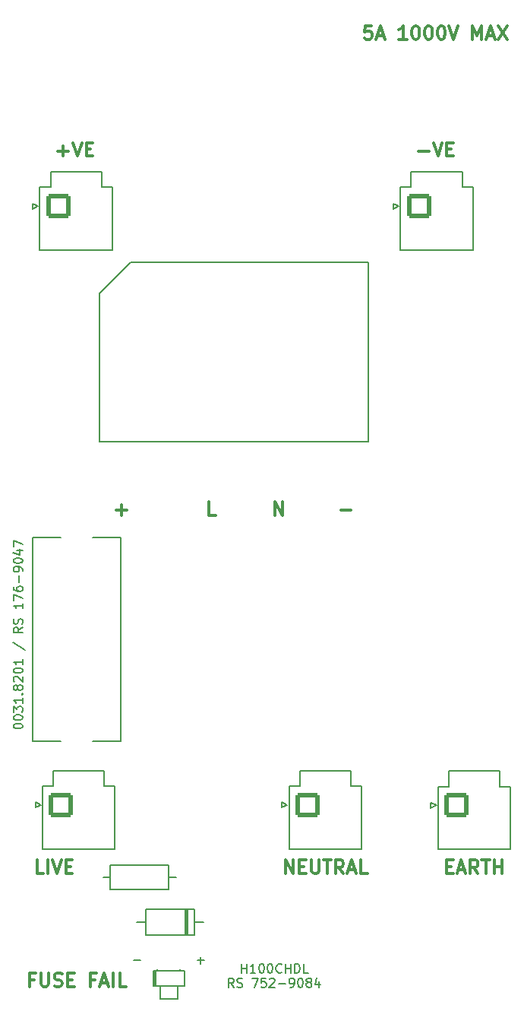
<source format=gto>
G04 #@! TF.GenerationSoftware,KiCad,Pcbnew,6.0.11+dfsg-1*
G04 #@! TF.CreationDate,2023-07-14T21:47:45+01:00*
G04 #@! TF.ProjectId,bridge-rectifier,62726964-6765-42d7-9265-637469666965,rev?*
G04 #@! TF.SameCoordinates,Original*
G04 #@! TF.FileFunction,Legend,Top*
G04 #@! TF.FilePolarity,Positive*
%FSLAX46Y46*%
G04 Gerber Fmt 4.6, Leading zero omitted, Abs format (unit mm)*
G04 Created by KiCad (PCBNEW 6.0.11+dfsg-1) date 2023-07-14 21:47:45*
%MOMM*%
%LPD*%
G01*
G04 APERTURE LIST*
G04 Aperture macros list*
%AMRoundRect*
0 Rectangle with rounded corners*
0 $1 Rounding radius*
0 $2 $3 $4 $5 $6 $7 $8 $9 X,Y pos of 4 corners*
0 Add a 4 corners polygon primitive as box body*
4,1,4,$2,$3,$4,$5,$6,$7,$8,$9,$2,$3,0*
0 Add four circle primitives for the rounded corners*
1,1,$1+$1,$2,$3*
1,1,$1+$1,$4,$5*
1,1,$1+$1,$6,$7*
1,1,$1+$1,$8,$9*
0 Add four rect primitives between the rounded corners*
20,1,$1+$1,$2,$3,$4,$5,0*
20,1,$1+$1,$4,$5,$6,$7,0*
20,1,$1+$1,$6,$7,$8,$9,0*
20,1,$1+$1,$8,$9,$2,$3,0*%
%AMOutline5P*
0 Free polygon, 5 corners , with rotation*
0 The origin of the aperture is its center*
0 number of corners: always 5*
0 $1 to $10 corner X, Y*
0 $11 Rotation angle, in degrees counterclockwise*
0 create outline with 5 corners*
4,1,5,$1,$2,$3,$4,$5,$6,$7,$8,$9,$10,$1,$2,$11*%
%AMOutline6P*
0 Free polygon, 6 corners , with rotation*
0 The origin of the aperture is its center*
0 number of corners: always 6*
0 $1 to $12 corner X, Y*
0 $13 Rotation angle, in degrees counterclockwise*
0 create outline with 6 corners*
4,1,6,$1,$2,$3,$4,$5,$6,$7,$8,$9,$10,$11,$12,$1,$2,$13*%
%AMOutline7P*
0 Free polygon, 7 corners , with rotation*
0 The origin of the aperture is its center*
0 number of corners: always 7*
0 $1 to $14 corner X, Y*
0 $15 Rotation angle, in degrees counterclockwise*
0 create outline with 7 corners*
4,1,7,$1,$2,$3,$4,$5,$6,$7,$8,$9,$10,$11,$12,$13,$14,$1,$2,$15*%
%AMOutline8P*
0 Free polygon, 8 corners , with rotation*
0 The origin of the aperture is its center*
0 number of corners: always 8*
0 $1 to $16 corner X, Y*
0 $17 Rotation angle, in degrees counterclockwise*
0 create outline with 8 corners*
4,1,8,$1,$2,$3,$4,$5,$6,$7,$8,$9,$10,$11,$12,$13,$14,$15,$16,$1,$2,$17*%
G04 Aperture macros list end*
%ADD10C,0.300000*%
%ADD11C,0.150000*%
%ADD12C,0.200000*%
%ADD13RoundRect,0.250001X-1.099999X-1.099999X1.099999X-1.099999X1.099999X1.099999X-1.099999X1.099999X0*%
%ADD14C,2.700000*%
%ADD15R,1.800000X1.800000*%
%ADD16C,1.800000*%
%ADD17C,3.500000*%
%ADD18C,2.000000*%
%ADD19Outline7P,-13.000000X4.800000X-9.800000X8.000000X9.800000X8.000000X13.000000X4.800000X13.000000X-4.800000X9.800000X-8.000000X-13.000000X-8.000000X0.000000*%
%ADD20C,1.600000*%
%ADD21O,1.600000X1.600000*%
%ADD22C,3.000000*%
%ADD23R,2.200000X2.200000*%
%ADD24O,2.200000X2.200000*%
G04 APERTURE END LIST*
D10*
X162464285Y-73678571D02*
X161750000Y-73678571D01*
X161750000Y-72178571D01*
X151428571Y-73107142D02*
X152571428Y-73107142D01*
X152000000Y-73678571D02*
X152000000Y-72535714D01*
X176428571Y-73107142D02*
X177571428Y-73107142D01*
D11*
X165357142Y-124647380D02*
X165357142Y-123647380D01*
X165357142Y-124123571D02*
X165928571Y-124123571D01*
X165928571Y-124647380D02*
X165928571Y-123647380D01*
X166928571Y-124647380D02*
X166357142Y-124647380D01*
X166642857Y-124647380D02*
X166642857Y-123647380D01*
X166547619Y-123790238D01*
X166452380Y-123885476D01*
X166357142Y-123933095D01*
X167547619Y-123647380D02*
X167642857Y-123647380D01*
X167738095Y-123695000D01*
X167785714Y-123742619D01*
X167833333Y-123837857D01*
X167880952Y-124028333D01*
X167880952Y-124266428D01*
X167833333Y-124456904D01*
X167785714Y-124552142D01*
X167738095Y-124599761D01*
X167642857Y-124647380D01*
X167547619Y-124647380D01*
X167452380Y-124599761D01*
X167404761Y-124552142D01*
X167357142Y-124456904D01*
X167309523Y-124266428D01*
X167309523Y-124028333D01*
X167357142Y-123837857D01*
X167404761Y-123742619D01*
X167452380Y-123695000D01*
X167547619Y-123647380D01*
X168500000Y-123647380D02*
X168595238Y-123647380D01*
X168690476Y-123695000D01*
X168738095Y-123742619D01*
X168785714Y-123837857D01*
X168833333Y-124028333D01*
X168833333Y-124266428D01*
X168785714Y-124456904D01*
X168738095Y-124552142D01*
X168690476Y-124599761D01*
X168595238Y-124647380D01*
X168500000Y-124647380D01*
X168404761Y-124599761D01*
X168357142Y-124552142D01*
X168309523Y-124456904D01*
X168261904Y-124266428D01*
X168261904Y-124028333D01*
X168309523Y-123837857D01*
X168357142Y-123742619D01*
X168404761Y-123695000D01*
X168500000Y-123647380D01*
X169833333Y-124552142D02*
X169785714Y-124599761D01*
X169642857Y-124647380D01*
X169547619Y-124647380D01*
X169404761Y-124599761D01*
X169309523Y-124504523D01*
X169261904Y-124409285D01*
X169214285Y-124218809D01*
X169214285Y-124075952D01*
X169261904Y-123885476D01*
X169309523Y-123790238D01*
X169404761Y-123695000D01*
X169547619Y-123647380D01*
X169642857Y-123647380D01*
X169785714Y-123695000D01*
X169833333Y-123742619D01*
X170261904Y-124647380D02*
X170261904Y-123647380D01*
X170261904Y-124123571D02*
X170833333Y-124123571D01*
X170833333Y-124647380D02*
X170833333Y-123647380D01*
X171309523Y-124647380D02*
X171309523Y-123647380D01*
X171547619Y-123647380D01*
X171690476Y-123695000D01*
X171785714Y-123790238D01*
X171833333Y-123885476D01*
X171880952Y-124075952D01*
X171880952Y-124218809D01*
X171833333Y-124409285D01*
X171785714Y-124504523D01*
X171690476Y-124599761D01*
X171547619Y-124647380D01*
X171309523Y-124647380D01*
X172785714Y-124647380D02*
X172309523Y-124647380D01*
X172309523Y-123647380D01*
X164500000Y-126257380D02*
X164166666Y-125781190D01*
X163928571Y-126257380D02*
X163928571Y-125257380D01*
X164309523Y-125257380D01*
X164404761Y-125305000D01*
X164452380Y-125352619D01*
X164500000Y-125447857D01*
X164500000Y-125590714D01*
X164452380Y-125685952D01*
X164404761Y-125733571D01*
X164309523Y-125781190D01*
X163928571Y-125781190D01*
X164880952Y-126209761D02*
X165023809Y-126257380D01*
X165261904Y-126257380D01*
X165357142Y-126209761D01*
X165404761Y-126162142D01*
X165452380Y-126066904D01*
X165452380Y-125971666D01*
X165404761Y-125876428D01*
X165357142Y-125828809D01*
X165261904Y-125781190D01*
X165071428Y-125733571D01*
X164976190Y-125685952D01*
X164928571Y-125638333D01*
X164880952Y-125543095D01*
X164880952Y-125447857D01*
X164928571Y-125352619D01*
X164976190Y-125305000D01*
X165071428Y-125257380D01*
X165309523Y-125257380D01*
X165452380Y-125305000D01*
X166547619Y-125257380D02*
X167214285Y-125257380D01*
X166785714Y-126257380D01*
X168071428Y-125257380D02*
X167595238Y-125257380D01*
X167547619Y-125733571D01*
X167595238Y-125685952D01*
X167690476Y-125638333D01*
X167928571Y-125638333D01*
X168023809Y-125685952D01*
X168071428Y-125733571D01*
X168119047Y-125828809D01*
X168119047Y-126066904D01*
X168071428Y-126162142D01*
X168023809Y-126209761D01*
X167928571Y-126257380D01*
X167690476Y-126257380D01*
X167595238Y-126209761D01*
X167547619Y-126162142D01*
X168500000Y-125352619D02*
X168547619Y-125305000D01*
X168642857Y-125257380D01*
X168880952Y-125257380D01*
X168976190Y-125305000D01*
X169023809Y-125352619D01*
X169071428Y-125447857D01*
X169071428Y-125543095D01*
X169023809Y-125685952D01*
X168452380Y-126257380D01*
X169071428Y-126257380D01*
X169500000Y-125876428D02*
X170261904Y-125876428D01*
X170785714Y-126257380D02*
X170976190Y-126257380D01*
X171071428Y-126209761D01*
X171119047Y-126162142D01*
X171214285Y-126019285D01*
X171261904Y-125828809D01*
X171261904Y-125447857D01*
X171214285Y-125352619D01*
X171166666Y-125305000D01*
X171071428Y-125257380D01*
X170880952Y-125257380D01*
X170785714Y-125305000D01*
X170738095Y-125352619D01*
X170690476Y-125447857D01*
X170690476Y-125685952D01*
X170738095Y-125781190D01*
X170785714Y-125828809D01*
X170880952Y-125876428D01*
X171071428Y-125876428D01*
X171166666Y-125828809D01*
X171214285Y-125781190D01*
X171261904Y-125685952D01*
X171880952Y-125257380D02*
X171976190Y-125257380D01*
X172071428Y-125305000D01*
X172119047Y-125352619D01*
X172166666Y-125447857D01*
X172214285Y-125638333D01*
X172214285Y-125876428D01*
X172166666Y-126066904D01*
X172119047Y-126162142D01*
X172071428Y-126209761D01*
X171976190Y-126257380D01*
X171880952Y-126257380D01*
X171785714Y-126209761D01*
X171738095Y-126162142D01*
X171690476Y-126066904D01*
X171642857Y-125876428D01*
X171642857Y-125638333D01*
X171690476Y-125447857D01*
X171738095Y-125352619D01*
X171785714Y-125305000D01*
X171880952Y-125257380D01*
X172785714Y-125685952D02*
X172690476Y-125638333D01*
X172642857Y-125590714D01*
X172595238Y-125495476D01*
X172595238Y-125447857D01*
X172642857Y-125352619D01*
X172690476Y-125305000D01*
X172785714Y-125257380D01*
X172976190Y-125257380D01*
X173071428Y-125305000D01*
X173119047Y-125352619D01*
X173166666Y-125447857D01*
X173166666Y-125495476D01*
X173119047Y-125590714D01*
X173071428Y-125638333D01*
X172976190Y-125685952D01*
X172785714Y-125685952D01*
X172690476Y-125733571D01*
X172642857Y-125781190D01*
X172595238Y-125876428D01*
X172595238Y-126066904D01*
X172642857Y-126162142D01*
X172690476Y-126209761D01*
X172785714Y-126257380D01*
X172976190Y-126257380D01*
X173071428Y-126209761D01*
X173119047Y-126162142D01*
X173166666Y-126066904D01*
X173166666Y-125876428D01*
X173119047Y-125781190D01*
X173071428Y-125733571D01*
X172976190Y-125685952D01*
X174023809Y-125590714D02*
X174023809Y-126257380D01*
X173785714Y-125209761D02*
X173547619Y-125924047D01*
X174166666Y-125924047D01*
D10*
X185107142Y-33107142D02*
X186250000Y-33107142D01*
X186750000Y-32178571D02*
X187250000Y-33678571D01*
X187750000Y-32178571D01*
X188250000Y-32892857D02*
X188750000Y-32892857D01*
X188964285Y-33678571D02*
X188250000Y-33678571D01*
X188250000Y-32178571D01*
X188964285Y-32178571D01*
X188228571Y-112792857D02*
X188728571Y-112792857D01*
X188942857Y-113578571D02*
X188228571Y-113578571D01*
X188228571Y-112078571D01*
X188942857Y-112078571D01*
X189514285Y-113150000D02*
X190228571Y-113150000D01*
X189371428Y-113578571D02*
X189871428Y-112078571D01*
X190371428Y-113578571D01*
X191728571Y-113578571D02*
X191228571Y-112864285D01*
X190871428Y-113578571D02*
X190871428Y-112078571D01*
X191442857Y-112078571D01*
X191585714Y-112150000D01*
X191657142Y-112221428D01*
X191728571Y-112364285D01*
X191728571Y-112578571D01*
X191657142Y-112721428D01*
X191585714Y-112792857D01*
X191442857Y-112864285D01*
X190871428Y-112864285D01*
X192157142Y-112078571D02*
X193014285Y-112078571D01*
X192585714Y-113578571D02*
X192585714Y-112078571D01*
X193514285Y-113578571D02*
X193514285Y-112078571D01*
X193514285Y-112792857D02*
X194371428Y-112792857D01*
X194371428Y-113578571D02*
X194371428Y-112078571D01*
X142214285Y-125392857D02*
X141714285Y-125392857D01*
X141714285Y-126178571D02*
X141714285Y-124678571D01*
X142428571Y-124678571D01*
X143000000Y-124678571D02*
X143000000Y-125892857D01*
X143071428Y-126035714D01*
X143142857Y-126107142D01*
X143285714Y-126178571D01*
X143571428Y-126178571D01*
X143714285Y-126107142D01*
X143785714Y-126035714D01*
X143857142Y-125892857D01*
X143857142Y-124678571D01*
X144500000Y-126107142D02*
X144714285Y-126178571D01*
X145071428Y-126178571D01*
X145214285Y-126107142D01*
X145285714Y-126035714D01*
X145357142Y-125892857D01*
X145357142Y-125750000D01*
X145285714Y-125607142D01*
X145214285Y-125535714D01*
X145071428Y-125464285D01*
X144785714Y-125392857D01*
X144642857Y-125321428D01*
X144571428Y-125250000D01*
X144500000Y-125107142D01*
X144500000Y-124964285D01*
X144571428Y-124821428D01*
X144642857Y-124750000D01*
X144785714Y-124678571D01*
X145142857Y-124678571D01*
X145357142Y-124750000D01*
X146000000Y-125392857D02*
X146500000Y-125392857D01*
X146714285Y-126178571D02*
X146000000Y-126178571D01*
X146000000Y-124678571D01*
X146714285Y-124678571D01*
X149000000Y-125392857D02*
X148500000Y-125392857D01*
X148500000Y-126178571D02*
X148500000Y-124678571D01*
X149214285Y-124678571D01*
X149714285Y-125750000D02*
X150428571Y-125750000D01*
X149571428Y-126178571D02*
X150071428Y-124678571D01*
X150571428Y-126178571D01*
X151071428Y-126178571D02*
X151071428Y-124678571D01*
X152500000Y-126178571D02*
X151785714Y-126178571D01*
X151785714Y-124678571D01*
D11*
X153319047Y-123271428D02*
X154080952Y-123271428D01*
D10*
X169071428Y-73678571D02*
X169071428Y-72178571D01*
X169928571Y-73678571D01*
X169928571Y-72178571D01*
X179857142Y-19178571D02*
X179142857Y-19178571D01*
X179071428Y-19892857D01*
X179142857Y-19821428D01*
X179285714Y-19750000D01*
X179642857Y-19750000D01*
X179785714Y-19821428D01*
X179857142Y-19892857D01*
X179928571Y-20035714D01*
X179928571Y-20392857D01*
X179857142Y-20535714D01*
X179785714Y-20607142D01*
X179642857Y-20678571D01*
X179285714Y-20678571D01*
X179142857Y-20607142D01*
X179071428Y-20535714D01*
X180500000Y-20250000D02*
X181214285Y-20250000D01*
X180357142Y-20678571D02*
X180857142Y-19178571D01*
X181357142Y-20678571D01*
X183785714Y-20678571D02*
X182928571Y-20678571D01*
X183357142Y-20678571D02*
X183357142Y-19178571D01*
X183214285Y-19392857D01*
X183071428Y-19535714D01*
X182928571Y-19607142D01*
X184714285Y-19178571D02*
X184857142Y-19178571D01*
X185000000Y-19250000D01*
X185071428Y-19321428D01*
X185142857Y-19464285D01*
X185214285Y-19750000D01*
X185214285Y-20107142D01*
X185142857Y-20392857D01*
X185071428Y-20535714D01*
X185000000Y-20607142D01*
X184857142Y-20678571D01*
X184714285Y-20678571D01*
X184571428Y-20607142D01*
X184500000Y-20535714D01*
X184428571Y-20392857D01*
X184357142Y-20107142D01*
X184357142Y-19750000D01*
X184428571Y-19464285D01*
X184500000Y-19321428D01*
X184571428Y-19250000D01*
X184714285Y-19178571D01*
X186142857Y-19178571D02*
X186285714Y-19178571D01*
X186428571Y-19250000D01*
X186500000Y-19321428D01*
X186571428Y-19464285D01*
X186642857Y-19750000D01*
X186642857Y-20107142D01*
X186571428Y-20392857D01*
X186500000Y-20535714D01*
X186428571Y-20607142D01*
X186285714Y-20678571D01*
X186142857Y-20678571D01*
X186000000Y-20607142D01*
X185928571Y-20535714D01*
X185857142Y-20392857D01*
X185785714Y-20107142D01*
X185785714Y-19750000D01*
X185857142Y-19464285D01*
X185928571Y-19321428D01*
X186000000Y-19250000D01*
X186142857Y-19178571D01*
X187571428Y-19178571D02*
X187714285Y-19178571D01*
X187857142Y-19250000D01*
X187928571Y-19321428D01*
X188000000Y-19464285D01*
X188071428Y-19750000D01*
X188071428Y-20107142D01*
X188000000Y-20392857D01*
X187928571Y-20535714D01*
X187857142Y-20607142D01*
X187714285Y-20678571D01*
X187571428Y-20678571D01*
X187428571Y-20607142D01*
X187357142Y-20535714D01*
X187285714Y-20392857D01*
X187214285Y-20107142D01*
X187214285Y-19750000D01*
X187285714Y-19464285D01*
X187357142Y-19321428D01*
X187428571Y-19250000D01*
X187571428Y-19178571D01*
X188500000Y-19178571D02*
X189000000Y-20678571D01*
X189500000Y-19178571D01*
X191142857Y-20678571D02*
X191142857Y-19178571D01*
X191642857Y-20250000D01*
X192142857Y-19178571D01*
X192142857Y-20678571D01*
X192785714Y-20250000D02*
X193500000Y-20250000D01*
X192642857Y-20678571D02*
X193142857Y-19178571D01*
X193642857Y-20678571D01*
X194000000Y-19178571D02*
X195000000Y-20678571D01*
X195000000Y-19178571D02*
X194000000Y-20678571D01*
D11*
X139952380Y-97214285D02*
X139952380Y-97119047D01*
X140000000Y-97023809D01*
X140047619Y-96976190D01*
X140142857Y-96928571D01*
X140333333Y-96880952D01*
X140571428Y-96880952D01*
X140761904Y-96928571D01*
X140857142Y-96976190D01*
X140904761Y-97023809D01*
X140952380Y-97119047D01*
X140952380Y-97214285D01*
X140904761Y-97309523D01*
X140857142Y-97357142D01*
X140761904Y-97404761D01*
X140571428Y-97452380D01*
X140333333Y-97452380D01*
X140142857Y-97404761D01*
X140047619Y-97357142D01*
X140000000Y-97309523D01*
X139952380Y-97214285D01*
X139952380Y-96261904D02*
X139952380Y-96166666D01*
X140000000Y-96071428D01*
X140047619Y-96023809D01*
X140142857Y-95976190D01*
X140333333Y-95928571D01*
X140571428Y-95928571D01*
X140761904Y-95976190D01*
X140857142Y-96023809D01*
X140904761Y-96071428D01*
X140952380Y-96166666D01*
X140952380Y-96261904D01*
X140904761Y-96357142D01*
X140857142Y-96404761D01*
X140761904Y-96452380D01*
X140571428Y-96500000D01*
X140333333Y-96500000D01*
X140142857Y-96452380D01*
X140047619Y-96404761D01*
X140000000Y-96357142D01*
X139952380Y-96261904D01*
X139952380Y-95595238D02*
X139952380Y-94976190D01*
X140333333Y-95309523D01*
X140333333Y-95166666D01*
X140380952Y-95071428D01*
X140428571Y-95023809D01*
X140523809Y-94976190D01*
X140761904Y-94976190D01*
X140857142Y-95023809D01*
X140904761Y-95071428D01*
X140952380Y-95166666D01*
X140952380Y-95452380D01*
X140904761Y-95547619D01*
X140857142Y-95595238D01*
X140952380Y-94023809D02*
X140952380Y-94595238D01*
X140952380Y-94309523D02*
X139952380Y-94309523D01*
X140095238Y-94404761D01*
X140190476Y-94500000D01*
X140238095Y-94595238D01*
X140857142Y-93595238D02*
X140904761Y-93547619D01*
X140952380Y-93595238D01*
X140904761Y-93642857D01*
X140857142Y-93595238D01*
X140952380Y-93595238D01*
X140380952Y-92976190D02*
X140333333Y-93071428D01*
X140285714Y-93119047D01*
X140190476Y-93166666D01*
X140142857Y-93166666D01*
X140047619Y-93119047D01*
X140000000Y-93071428D01*
X139952380Y-92976190D01*
X139952380Y-92785714D01*
X140000000Y-92690476D01*
X140047619Y-92642857D01*
X140142857Y-92595238D01*
X140190476Y-92595238D01*
X140285714Y-92642857D01*
X140333333Y-92690476D01*
X140380952Y-92785714D01*
X140380952Y-92976190D01*
X140428571Y-93071428D01*
X140476190Y-93119047D01*
X140571428Y-93166666D01*
X140761904Y-93166666D01*
X140857142Y-93119047D01*
X140904761Y-93071428D01*
X140952380Y-92976190D01*
X140952380Y-92785714D01*
X140904761Y-92690476D01*
X140857142Y-92642857D01*
X140761904Y-92595238D01*
X140571428Y-92595238D01*
X140476190Y-92642857D01*
X140428571Y-92690476D01*
X140380952Y-92785714D01*
X140047619Y-92214285D02*
X140000000Y-92166666D01*
X139952380Y-92071428D01*
X139952380Y-91833333D01*
X140000000Y-91738095D01*
X140047619Y-91690476D01*
X140142857Y-91642857D01*
X140238095Y-91642857D01*
X140380952Y-91690476D01*
X140952380Y-92261904D01*
X140952380Y-91642857D01*
X139952380Y-91023809D02*
X139952380Y-90928571D01*
X140000000Y-90833333D01*
X140047619Y-90785714D01*
X140142857Y-90738095D01*
X140333333Y-90690476D01*
X140571428Y-90690476D01*
X140761904Y-90738095D01*
X140857142Y-90785714D01*
X140904761Y-90833333D01*
X140952380Y-90928571D01*
X140952380Y-91023809D01*
X140904761Y-91119047D01*
X140857142Y-91166666D01*
X140761904Y-91214285D01*
X140571428Y-91261904D01*
X140333333Y-91261904D01*
X140142857Y-91214285D01*
X140047619Y-91166666D01*
X140000000Y-91119047D01*
X139952380Y-91023809D01*
X140952380Y-89738095D02*
X140952380Y-90309523D01*
X140952380Y-90023809D02*
X139952380Y-90023809D01*
X140095238Y-90119047D01*
X140190476Y-90214285D01*
X140238095Y-90309523D01*
X139904761Y-87833333D02*
X141190476Y-88690476D01*
X140952380Y-86166666D02*
X140476190Y-86500000D01*
X140952380Y-86738095D02*
X139952380Y-86738095D01*
X139952380Y-86357142D01*
X140000000Y-86261904D01*
X140047619Y-86214285D01*
X140142857Y-86166666D01*
X140285714Y-86166666D01*
X140380952Y-86214285D01*
X140428571Y-86261904D01*
X140476190Y-86357142D01*
X140476190Y-86738095D01*
X140904761Y-85785714D02*
X140952380Y-85642857D01*
X140952380Y-85404761D01*
X140904761Y-85309523D01*
X140857142Y-85261904D01*
X140761904Y-85214285D01*
X140666666Y-85214285D01*
X140571428Y-85261904D01*
X140523809Y-85309523D01*
X140476190Y-85404761D01*
X140428571Y-85595238D01*
X140380952Y-85690476D01*
X140333333Y-85738095D01*
X140238095Y-85785714D01*
X140142857Y-85785714D01*
X140047619Y-85738095D01*
X140000000Y-85690476D01*
X139952380Y-85595238D01*
X139952380Y-85357142D01*
X140000000Y-85214285D01*
X140952380Y-83500000D02*
X140952380Y-84071428D01*
X140952380Y-83785714D02*
X139952380Y-83785714D01*
X140095238Y-83880952D01*
X140190476Y-83976190D01*
X140238095Y-84071428D01*
X139952380Y-83166666D02*
X139952380Y-82500000D01*
X140952380Y-82928571D01*
X139952380Y-81690476D02*
X139952380Y-81880952D01*
X140000000Y-81976190D01*
X140047619Y-82023809D01*
X140190476Y-82119047D01*
X140380952Y-82166666D01*
X140761904Y-82166666D01*
X140857142Y-82119047D01*
X140904761Y-82071428D01*
X140952380Y-81976190D01*
X140952380Y-81785714D01*
X140904761Y-81690476D01*
X140857142Y-81642857D01*
X140761904Y-81595238D01*
X140523809Y-81595238D01*
X140428571Y-81642857D01*
X140380952Y-81690476D01*
X140333333Y-81785714D01*
X140333333Y-81976190D01*
X140380952Y-82071428D01*
X140428571Y-82119047D01*
X140523809Y-82166666D01*
X140571428Y-81166666D02*
X140571428Y-80404761D01*
X140952380Y-79880952D02*
X140952380Y-79690476D01*
X140904761Y-79595238D01*
X140857142Y-79547619D01*
X140714285Y-79452380D01*
X140523809Y-79404761D01*
X140142857Y-79404761D01*
X140047619Y-79452380D01*
X140000000Y-79500000D01*
X139952380Y-79595238D01*
X139952380Y-79785714D01*
X140000000Y-79880952D01*
X140047619Y-79928571D01*
X140142857Y-79976190D01*
X140380952Y-79976190D01*
X140476190Y-79928571D01*
X140523809Y-79880952D01*
X140571428Y-79785714D01*
X140571428Y-79595238D01*
X140523809Y-79500000D01*
X140476190Y-79452380D01*
X140380952Y-79404761D01*
X139952380Y-78785714D02*
X139952380Y-78690476D01*
X140000000Y-78595238D01*
X140047619Y-78547619D01*
X140142857Y-78500000D01*
X140333333Y-78452380D01*
X140571428Y-78452380D01*
X140761904Y-78500000D01*
X140857142Y-78547619D01*
X140904761Y-78595238D01*
X140952380Y-78690476D01*
X140952380Y-78785714D01*
X140904761Y-78880952D01*
X140857142Y-78928571D01*
X140761904Y-78976190D01*
X140571428Y-79023809D01*
X140333333Y-79023809D01*
X140142857Y-78976190D01*
X140047619Y-78928571D01*
X140000000Y-78880952D01*
X139952380Y-78785714D01*
X140285714Y-77595238D02*
X140952380Y-77595238D01*
X139904761Y-77833333D02*
X140619047Y-78071428D01*
X140619047Y-77452380D01*
X139952380Y-77166666D02*
X139952380Y-76500000D01*
X140952380Y-76928571D01*
D10*
X144907142Y-33107142D02*
X146050000Y-33107142D01*
X145478571Y-33678571D02*
X145478571Y-32535714D01*
X146550000Y-32178571D02*
X147050000Y-33678571D01*
X147550000Y-32178571D01*
X148050000Y-32892857D02*
X148550000Y-32892857D01*
X148764285Y-33678571D02*
X148050000Y-33678571D01*
X148050000Y-32178571D01*
X148764285Y-32178571D01*
X143285714Y-113578571D02*
X142571428Y-113578571D01*
X142571428Y-112078571D01*
X143785714Y-113578571D02*
X143785714Y-112078571D01*
X144285714Y-112078571D02*
X144785714Y-113578571D01*
X145285714Y-112078571D01*
X145785714Y-112792857D02*
X146285714Y-112792857D01*
X146500000Y-113578571D02*
X145785714Y-113578571D01*
X145785714Y-112078571D01*
X146500000Y-112078571D01*
X170235714Y-113578571D02*
X170235714Y-112078571D01*
X171092857Y-113578571D01*
X171092857Y-112078571D01*
X171807142Y-112792857D02*
X172307142Y-112792857D01*
X172521428Y-113578571D02*
X171807142Y-113578571D01*
X171807142Y-112078571D01*
X172521428Y-112078571D01*
X173164285Y-112078571D02*
X173164285Y-113292857D01*
X173235714Y-113435714D01*
X173307142Y-113507142D01*
X173450000Y-113578571D01*
X173735714Y-113578571D01*
X173878571Y-113507142D01*
X173950000Y-113435714D01*
X174021428Y-113292857D01*
X174021428Y-112078571D01*
X174521428Y-112078571D02*
X175378571Y-112078571D01*
X174950000Y-113578571D02*
X174950000Y-112078571D01*
X176735714Y-113578571D02*
X176235714Y-112864285D01*
X175878571Y-113578571D02*
X175878571Y-112078571D01*
X176450000Y-112078571D01*
X176592857Y-112150000D01*
X176664285Y-112221428D01*
X176735714Y-112364285D01*
X176735714Y-112578571D01*
X176664285Y-112721428D01*
X176592857Y-112792857D01*
X176450000Y-112864285D01*
X175878571Y-112864285D01*
X177307142Y-113150000D02*
X178021428Y-113150000D01*
X177164285Y-113578571D02*
X177664285Y-112078571D01*
X178164285Y-113578571D01*
X179378571Y-113578571D02*
X178664285Y-113578571D01*
X178664285Y-112078571D01*
D11*
X160419047Y-123271428D02*
X161180952Y-123271428D01*
X160800000Y-123652380D02*
X160800000Y-122890476D01*
D12*
X195362500Y-103890000D02*
X195362500Y-110910000D01*
X195362500Y-110910000D02*
X187282500Y-110910000D01*
X188482500Y-103890000D02*
X188482500Y-102190000D01*
X186482500Y-105700000D02*
X187082500Y-106000000D01*
X186482500Y-106300000D02*
X186482500Y-105700000D01*
X187082500Y-106000000D02*
X186482500Y-106300000D01*
X194162500Y-103890000D02*
X195362500Y-103890000D01*
X187282500Y-110910000D02*
X187282500Y-103890000D01*
X188482500Y-102190000D02*
X194162500Y-102190000D01*
X187282500Y-103890000D02*
X188482500Y-103890000D01*
X194162500Y-102190000D02*
X194162500Y-103890000D01*
X178762500Y-103840000D02*
X178762500Y-110860000D01*
X178762500Y-110860000D02*
X170682500Y-110860000D01*
X171882500Y-103840000D02*
X171882500Y-102140000D01*
X169882500Y-105650000D02*
X170482500Y-105950000D01*
X169882500Y-106250000D02*
X169882500Y-105650000D01*
X170482500Y-105950000D02*
X169882500Y-106250000D01*
X177562500Y-103840000D02*
X178762500Y-103840000D01*
X170682500Y-110860000D02*
X170682500Y-103840000D01*
X171882500Y-102140000D02*
X177562500Y-102140000D01*
X170682500Y-103840000D02*
X171882500Y-103840000D01*
X177562500Y-102140000D02*
X177562500Y-103840000D01*
X191162500Y-37140000D02*
X191162500Y-44160000D01*
X191162500Y-44160000D02*
X183082500Y-44160000D01*
X184282500Y-37140000D02*
X184282500Y-35440000D01*
X182282500Y-38950000D02*
X182882500Y-39250000D01*
X182282500Y-39550000D02*
X182282500Y-38950000D01*
X182882500Y-39250000D02*
X182282500Y-39550000D01*
X189962500Y-37140000D02*
X191162500Y-37140000D01*
X183082500Y-44160000D02*
X183082500Y-37140000D01*
X184282500Y-35440000D02*
X189962500Y-35440000D01*
X183082500Y-37140000D02*
X184282500Y-37140000D01*
X189962500Y-35440000D02*
X189962500Y-37140000D01*
X150962500Y-37140000D02*
X150962500Y-44160000D01*
X150962500Y-44160000D02*
X142882500Y-44160000D01*
X144082500Y-37140000D02*
X144082500Y-35440000D01*
X142082500Y-38950000D02*
X142682500Y-39250000D01*
X142082500Y-39550000D02*
X142082500Y-38950000D01*
X142682500Y-39250000D02*
X142082500Y-39550000D01*
X149762500Y-37140000D02*
X150962500Y-37140000D01*
X142882500Y-44160000D02*
X142882500Y-37140000D01*
X144082500Y-35440000D02*
X149762500Y-35440000D01*
X142882500Y-37140000D02*
X144082500Y-37140000D01*
X149762500Y-35440000D02*
X149762500Y-37140000D01*
X151262500Y-103840000D02*
X151262500Y-110860000D01*
X151262500Y-110860000D02*
X143182500Y-110860000D01*
X144382500Y-103840000D02*
X144382500Y-102140000D01*
X142382500Y-105650000D02*
X142982500Y-105950000D01*
X142382500Y-106250000D02*
X142382500Y-105650000D01*
X142982500Y-105950000D02*
X142382500Y-106250000D01*
X150062500Y-103840000D02*
X151262500Y-103840000D01*
X143182500Y-110860000D02*
X143182500Y-103840000D01*
X144382500Y-102140000D02*
X150062500Y-102140000D01*
X143182500Y-103840000D02*
X144382500Y-103840000D01*
X150062500Y-102140000D02*
X150062500Y-103840000D01*
X158540000Y-124410000D02*
X158540000Y-124280000D01*
X155680000Y-124410000D02*
X155680000Y-126130000D01*
X156000000Y-124410000D02*
X156000000Y-124410000D01*
X158540000Y-124280000D02*
X158540000Y-124410000D01*
X156310000Y-127530000D02*
X158230000Y-127530000D01*
X158980000Y-124410000D02*
X155560000Y-124410000D01*
X158980000Y-126130000D02*
X158980000Y-124410000D01*
X158230000Y-126130000D02*
X156310000Y-126130000D01*
X156000000Y-124410000D02*
X156000000Y-124280000D01*
X156310000Y-126130000D02*
X156310000Y-127530000D01*
X158540000Y-124280000D02*
X158540000Y-124280000D01*
X158540000Y-124410000D02*
X158540000Y-124410000D01*
X155560000Y-124410000D02*
X155560000Y-126130000D01*
X155560000Y-126130000D02*
X158980000Y-126130000D01*
X156000000Y-124280000D02*
X156000000Y-124280000D01*
X155800000Y-124410000D02*
X155800000Y-126130000D01*
X158230000Y-127530000D02*
X158230000Y-126130000D01*
X156000000Y-124280000D02*
X156000000Y-124410000D01*
X179500000Y-65500000D02*
X149500000Y-65500000D01*
X149500000Y-49000000D01*
X153000000Y-45500000D01*
X179500000Y-45500000D01*
X179500000Y-65500000D01*
X158040000Y-114000000D02*
X157270000Y-114000000D01*
X150730000Y-112630000D02*
X150730000Y-115370000D01*
X157270000Y-112630000D02*
X150730000Y-112630000D01*
X149960000Y-114000000D02*
X150730000Y-114000000D01*
X150730000Y-115370000D02*
X157270000Y-115370000D01*
X157270000Y-115370000D02*
X157270000Y-112630000D01*
X151910000Y-98860000D02*
X151910000Y-76140000D01*
X151910000Y-76140000D02*
X148750000Y-76140000D01*
X142090000Y-98860000D02*
X142090000Y-76140000D01*
X145250000Y-76140000D02*
X142090000Y-76140000D01*
X151910000Y-98860000D02*
X148750000Y-98860000D01*
X145250000Y-98860000D02*
X142090000Y-98860000D01*
X153660000Y-119000000D02*
X154680000Y-119000000D01*
X160120000Y-120470000D02*
X160120000Y-117530000D01*
X159220000Y-120470000D02*
X159220000Y-117530000D01*
X159100000Y-120470000D02*
X159100000Y-117530000D01*
X160120000Y-117530000D02*
X154680000Y-117530000D01*
X154680000Y-117530000D02*
X154680000Y-120470000D01*
X154680000Y-120470000D02*
X160120000Y-120470000D01*
X161140000Y-119000000D02*
X160120000Y-119000000D01*
X159340000Y-120470000D02*
X159340000Y-117530000D01*
%LPC*%
D11*
X197000000Y-14000000D02*
X202000000Y-14000000D01*
X202000000Y-14000000D02*
X202000000Y-128000000D01*
X202000000Y-128000000D02*
X197000000Y-128000000D01*
X197000000Y-128000000D02*
X197000000Y-14000000D01*
G36*
X197000000Y-14000000D02*
G01*
X202000000Y-14000000D01*
X202000000Y-128000000D01*
X197000000Y-128000000D01*
X197000000Y-14000000D01*
G37*
X132000000Y-14000000D02*
X137000000Y-14000000D01*
X137000000Y-14000000D02*
X137000000Y-128000000D01*
X137000000Y-128000000D02*
X132000000Y-128000000D01*
X132000000Y-128000000D02*
X132000000Y-14000000D01*
G36*
X132000000Y-14000000D02*
G01*
X137000000Y-14000000D01*
X137000000Y-128000000D01*
X132000000Y-128000000D01*
X132000000Y-14000000D01*
G37*
D13*
X189342500Y-106000000D03*
D14*
X193302500Y-106000000D03*
D13*
X172742500Y-105950000D03*
D14*
X176702500Y-105950000D03*
D13*
X185142500Y-39250000D03*
D14*
X189102500Y-39250000D03*
D13*
X144942500Y-39250000D03*
D14*
X148902500Y-39250000D03*
D13*
X145242500Y-105950000D03*
D14*
X149202500Y-105950000D03*
D15*
X156000000Y-123200000D03*
D16*
X158540000Y-123200000D03*
D17*
X164500000Y-54500000D03*
D18*
X152000000Y-70000000D03*
X162000000Y-70000000D03*
X169500000Y-70000000D03*
X177000000Y-70000000D03*
D19*
X164500000Y-55500000D03*
D20*
X148920000Y-114000000D03*
D21*
X159080000Y-114000000D03*
D14*
X147000000Y-87500000D03*
D22*
X147000000Y-98750000D03*
X147000000Y-76250000D03*
D23*
X162480000Y-119000000D03*
D24*
X152320000Y-119000000D03*
M02*

</source>
